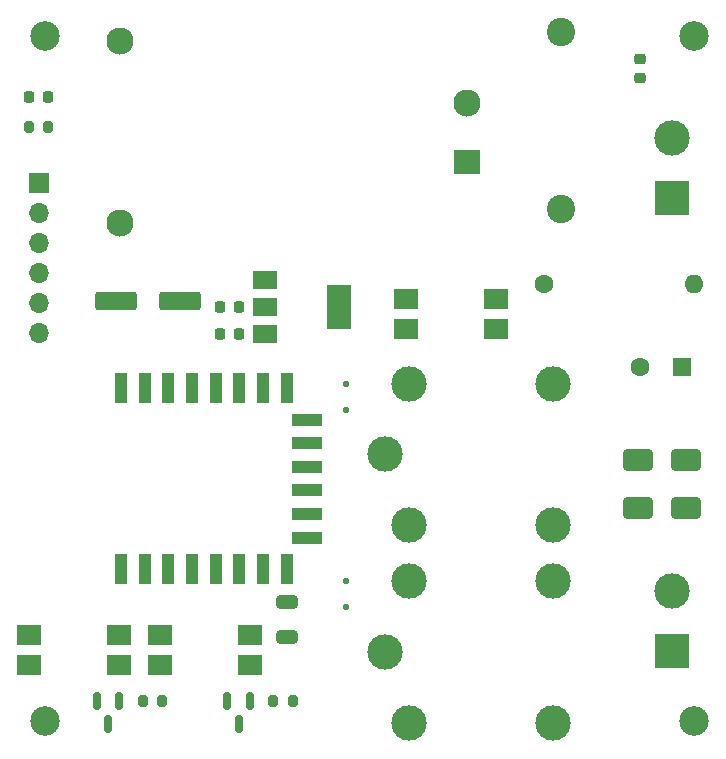
<source format=gts>
G04 #@! TF.GenerationSoftware,KiCad,Pcbnew,7.0.8*
G04 #@! TF.CreationDate,2024-02-21T14:09:27-03:00*
G04 #@! TF.ProjectId,lamp_module,6c616d70-5f6d-46f6-9475-6c652e6b6963,1.0*
G04 #@! TF.SameCoordinates,Original*
G04 #@! TF.FileFunction,Soldermask,Top*
G04 #@! TF.FilePolarity,Negative*
%FSLAX46Y46*%
G04 Gerber Fmt 4.6, Leading zero omitted, Abs format (unit mm)*
G04 Created by KiCad (PCBNEW 7.0.8) date 2024-02-21 14:09:27*
%MOMM*%
%LPD*%
G01*
G04 APERTURE LIST*
G04 Aperture macros list*
%AMRoundRect*
0 Rectangle with rounded corners*
0 $1 Rounding radius*
0 $2 $3 $4 $5 $6 $7 $8 $9 X,Y pos of 4 corners*
0 Add a 4 corners polygon primitive as box body*
4,1,4,$2,$3,$4,$5,$6,$7,$8,$9,$2,$3,0*
0 Add four circle primitives for the rounded corners*
1,1,$1+$1,$2,$3*
1,1,$1+$1,$4,$5*
1,1,$1+$1,$6,$7*
1,1,$1+$1,$8,$9*
0 Add four rect primitives between the rounded corners*
20,1,$1+$1,$2,$3,$4,$5,0*
20,1,$1+$1,$4,$5,$6,$7,0*
20,1,$1+$1,$6,$7,$8,$9,0*
20,1,$1+$1,$8,$9,$2,$3,0*%
G04 Aperture macros list end*
%ADD10R,2.000000X1.780000*%
%ADD11RoundRect,0.200000X-0.200000X-0.275000X0.200000X-0.275000X0.200000X0.275000X-0.200000X0.275000X0*%
%ADD12C,2.500000*%
%ADD13RoundRect,0.250000X1.000000X0.650000X-1.000000X0.650000X-1.000000X-0.650000X1.000000X-0.650000X0*%
%ADD14RoundRect,0.250000X-1.000000X-0.650000X1.000000X-0.650000X1.000000X0.650000X-1.000000X0.650000X0*%
%ADD15R,3.000000X3.000000*%
%ADD16C,3.000000*%
%ADD17C,1.600000*%
%ADD18O,1.600000X1.600000*%
%ADD19RoundRect,0.150000X-0.150000X0.587500X-0.150000X-0.587500X0.150000X-0.587500X0.150000X0.587500X0*%
%ADD20RoundRect,0.250000X-0.650000X0.325000X-0.650000X-0.325000X0.650000X-0.325000X0.650000X0.325000X0*%
%ADD21RoundRect,0.125000X0.125000X-0.125000X0.125000X0.125000X-0.125000X0.125000X-0.125000X-0.125000X0*%
%ADD22RoundRect,0.218750X0.218750X0.256250X-0.218750X0.256250X-0.218750X-0.256250X0.218750X-0.256250X0*%
%ADD23R,2.000000X1.500000*%
%ADD24R,2.000000X3.800000*%
%ADD25R,1.600000X1.600000*%
%ADD26RoundRect,0.250000X1.500000X0.550000X-1.500000X0.550000X-1.500000X-0.550000X1.500000X-0.550000X0*%
%ADD27R,1.100000X2.500000*%
%ADD28R,2.500000X1.100000*%
%ADD29RoundRect,0.225000X0.225000X0.250000X-0.225000X0.250000X-0.225000X-0.250000X0.225000X-0.250000X0*%
%ADD30C,2.400000*%
%ADD31RoundRect,0.218750X0.256250X-0.218750X0.256250X0.218750X-0.256250X0.218750X-0.256250X-0.218750X0*%
%ADD32R,1.700000X1.700000*%
%ADD33O,1.700000X1.700000*%
%ADD34R,2.300000X2.000000*%
%ADD35C,2.300000*%
G04 APERTURE END LIST*
D10*
X131869750Y-122580250D03*
X131869750Y-125120250D03*
X139489750Y-125120250D03*
X139489750Y-122580250D03*
D11*
X141458750Y-128226250D03*
X143108750Y-128226250D03*
D12*
X177115750Y-71850250D03*
D13*
X176390599Y-107786250D03*
X172390599Y-107786250D03*
D14*
X172390599Y-111850250D03*
X176390599Y-111850250D03*
D15*
X175260000Y-85582250D03*
D16*
X175260000Y-80502250D03*
D12*
X122115750Y-129850250D03*
D11*
X130409750Y-128226250D03*
X132059750Y-128226250D03*
D17*
X164381750Y-92920250D03*
D18*
X177081750Y-92920250D03*
D19*
X128425750Y-128226250D03*
X126525750Y-128226250D03*
X127475750Y-130101250D03*
D16*
X150943750Y-107316250D03*
X165143750Y-101316250D03*
X165143750Y-113316250D03*
X152943750Y-113316250D03*
X152943750Y-101316250D03*
D20*
X142599750Y-119825250D03*
X142599750Y-122775250D03*
D21*
X147617750Y-120266250D03*
X147617750Y-118066250D03*
D15*
X175260000Y-123952000D03*
D16*
X175260000Y-118872000D03*
D19*
X139489750Y-128226250D03*
X137589750Y-128226250D03*
X138539750Y-130101250D03*
D22*
X122370250Y-77045250D03*
X120795250Y-77045250D03*
D11*
X120777750Y-79585250D03*
X122427750Y-79585250D03*
D23*
X140735750Y-92550250D03*
X140735750Y-94850250D03*
D24*
X147035750Y-94850250D03*
D23*
X140735750Y-97150250D03*
D25*
X176065750Y-99905250D03*
D17*
X172565750Y-99905250D03*
D26*
X133585750Y-94350250D03*
X128185750Y-94350250D03*
D27*
X128599750Y-117050250D03*
X130599750Y-117050250D03*
X132599750Y-117050250D03*
X134599750Y-117050250D03*
X136599750Y-117050250D03*
X138599750Y-117050250D03*
X140599750Y-117050250D03*
X142599750Y-117050250D03*
X142599750Y-101650250D03*
X140599750Y-101650250D03*
X138599750Y-101650250D03*
X136599750Y-101650250D03*
X134599750Y-101650250D03*
X132599750Y-101650250D03*
X130599750Y-101650250D03*
X128599750Y-101650250D03*
D28*
X144299750Y-114360250D03*
X144299750Y-112360250D03*
X144299750Y-110360250D03*
X144299750Y-108360250D03*
X144299750Y-106360250D03*
X144299750Y-104360250D03*
D16*
X150943750Y-124066250D03*
X165143750Y-118066250D03*
X165143750Y-130066250D03*
X152943750Y-130066250D03*
X152943750Y-118066250D03*
D21*
X147617750Y-103516250D03*
X147617750Y-101316250D03*
D12*
X122115750Y-71850250D03*
X177115750Y-129850250D03*
D29*
X138543250Y-94850250D03*
X136993250Y-94850250D03*
D30*
X165862000Y-86542250D03*
X165862000Y-71542250D03*
D10*
X160317750Y-96730250D03*
X160317750Y-94190250D03*
X152697750Y-94190250D03*
X152697750Y-96730250D03*
X120805750Y-122580250D03*
X120805750Y-125120250D03*
X128425750Y-125120250D03*
X128425750Y-122580250D03*
D31*
X172541750Y-75419750D03*
X172541750Y-73844750D03*
D32*
X121615750Y-84350250D03*
D33*
X121615750Y-86890250D03*
X121615750Y-89430250D03*
X121615750Y-91970250D03*
X121615750Y-94510250D03*
X121615750Y-97050250D03*
D29*
X138543250Y-97150250D03*
X136993250Y-97150250D03*
D34*
X157862250Y-82542250D03*
D35*
X157862250Y-77542250D03*
X128462250Y-87742250D03*
X128462250Y-72342250D03*
M02*

</source>
